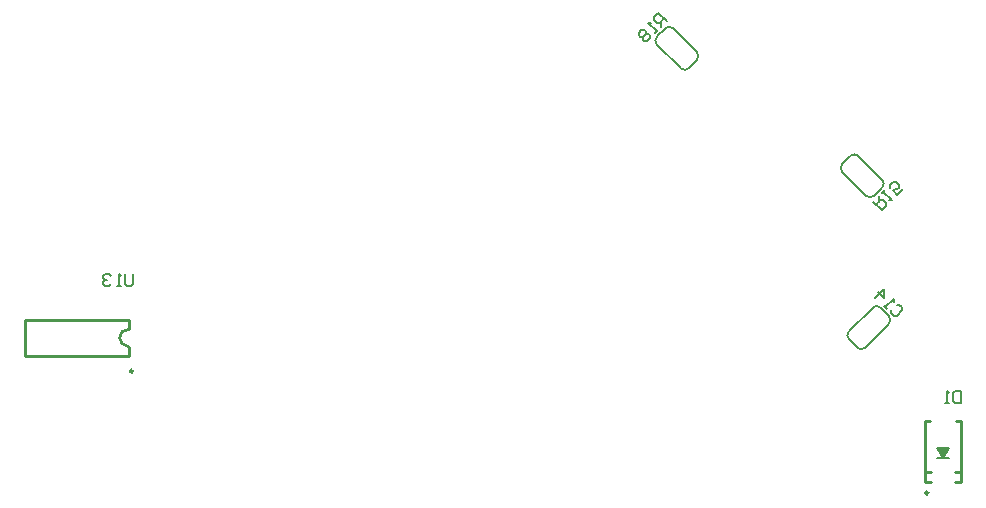
<source format=gbo>
G04*
G04 #@! TF.GenerationSoftware,Altium Limited,Altium Designer,18.1.9 (240)*
G04*
G04 Layer_Color=32896*
%FSLAX25Y25*%
%MOIN*%
G70*
G01*
G75*
%ADD10C,0.01000*%
%ADD14C,0.00984*%
%ADD15C,0.00800*%
%ADD16C,0.00600*%
D10*
X375062Y357018D02*
G03*
X375062Y357018I-500J0D01*
G01*
X108393Y411498D02*
G03*
X108300Y405900I-93J-2798D01*
G01*
X374062Y360518D02*
Y381148D01*
X384413D02*
X386062D01*
Y360518D02*
Y381148D01*
X374062D02*
X375810D01*
X384062Y360518D02*
X386062D01*
X384062Y364018D02*
X385377D01*
X374062Y360518D02*
X376062D01*
X374747Y364018D02*
X376062D01*
X378862Y371818D02*
X380062Y369318D01*
X381262Y371518D01*
X379862D02*
X381262D01*
X379862D02*
X380062Y370428D01*
X73977Y402796D02*
X108623D01*
X73977Y414804D02*
X108623D01*
X73977Y402796D02*
Y414804D01*
X108623Y402796D02*
Y405798D01*
Y411500D02*
Y414804D01*
D14*
X109992Y397608D02*
G03*
X109992Y397608I-492J0D01*
G01*
D15*
X359139Y418767D02*
G03*
X356537Y418767I-1302J-1302D01*
G01*
X361904Y413399D02*
G03*
X361904Y416002I-1302J1302D01*
G01*
X351368Y405466D02*
G03*
X353971Y405466I1302J1302D01*
G01*
X348596Y410826D02*
G03*
X348596Y408223I1302J-1302D01*
G01*
X354344Y456063D02*
G03*
X356947Y456063I1302J1302D01*
G01*
X359704Y458834D02*
G03*
X359704Y461437I-1302J1302D01*
G01*
X351771Y469370D02*
G03*
X349168Y469370I-1302J-1302D01*
G01*
X346404Y466606D02*
G03*
X346404Y464003I1302J-1302D01*
G01*
X292554Y498552D02*
G03*
X295157Y498552I1302J1302D01*
G01*
X297914Y501324D02*
G03*
X297914Y503927I-1302J1302D01*
G01*
X289981Y511860D02*
G03*
X287378Y511860I-1302J-1302D01*
G01*
X284614Y509096D02*
G03*
X284614Y506493I1302J-1302D01*
G01*
X378062Y372073D02*
X380062Y368573D01*
X378062Y372073D02*
X382062D01*
X380062Y368573D02*
X382062Y372073D01*
X378062Y368573D02*
X382062D01*
X348681Y408153D02*
X351297Y405537D01*
X348667Y410897D02*
X356503Y418733D01*
X353941Y405423D02*
X361875Y413357D01*
X359210Y418696D02*
X361833Y416073D01*
X346474Y466677D02*
X349097Y469300D01*
X351813Y469341D02*
X359747Y461407D01*
X346438Y463969D02*
X354273Y456133D01*
X357017Y456147D02*
X359633Y458764D01*
X284685Y509166D02*
X287308Y511789D01*
X290024Y511831D02*
X297958Y503897D01*
X284648Y506459D02*
X292484Y498623D01*
X295227Y498637D02*
X297844Y501253D01*
D16*
X385962Y390917D02*
Y386918D01*
X383963D01*
X383296Y387585D01*
Y390250D01*
X383963Y390917D01*
X385962D01*
X381963Y386918D02*
X380631D01*
X381297D01*
Y390917D01*
X381963Y390250D01*
X109900Y429899D02*
Y426566D01*
X109233Y425900D01*
X107901D01*
X107234Y426566D01*
Y429899D01*
X105901Y425900D02*
X104568D01*
X105235D01*
Y429899D01*
X105901Y429232D01*
X102569D02*
X101903Y429899D01*
X100570D01*
X99903Y429232D01*
Y428566D01*
X100570Y427899D01*
X101236D01*
X100570D01*
X99903Y427233D01*
Y426566D01*
X100570Y425900D01*
X101903D01*
X102569Y426566D01*
X287909Y514229D02*
X285081Y517056D01*
X283667Y515642D01*
Y514700D01*
X284610Y513757D01*
X285552D01*
X286966Y515171D01*
X286024Y514229D02*
Y512344D01*
X285081Y511401D02*
X284139Y510459D01*
X284610Y510930D01*
X281782Y513757D01*
X282725D01*
X280369Y511401D02*
X279426D01*
X278484Y510459D01*
Y509516D01*
X278955Y509045D01*
X279897D01*
Y508102D01*
X280369Y507631D01*
X281311D01*
X282254Y508574D01*
Y509516D01*
X281782Y509987D01*
X280840D01*
Y510930D01*
X280369Y511401D01*
X280840Y509987D02*
X279897Y509045D01*
X356769Y454061D02*
X359597Y451234D01*
X361011Y452648D01*
Y453590D01*
X360068Y454533D01*
X359126D01*
X357712Y453119D01*
X358654Y454061D02*
Y455946D01*
X359597Y456889D02*
X360539Y457831D01*
X360068Y457360D01*
X362896Y454533D01*
X361953D01*
X366666Y458303D02*
X364781Y456418D01*
X363367Y457831D01*
X364781Y458303D01*
X365252Y458774D01*
Y459716D01*
X364309Y460659D01*
X363367D01*
X362424Y459716D01*
Y458774D01*
X364507Y419772D02*
X365449D01*
X366392Y418830D01*
Y417887D01*
X364507Y416002D01*
X363564D01*
X362622Y416945D01*
Y417887D01*
X361208Y418358D02*
X360265Y419301D01*
X360737Y418830D01*
X363564Y421657D01*
Y420715D01*
X357438Y422128D02*
X360265Y424956D01*
Y422128D01*
X358381Y424013D01*
M02*

</source>
